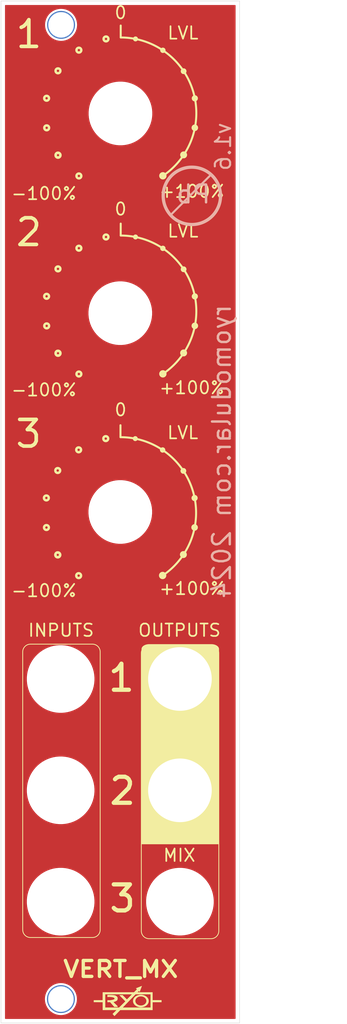
<source format=kicad_pcb>
(kicad_pcb (version 20240108) (generator "pcbnew") (generator_version "8.0")
  (layers (0 "F.Cu" signal) (31 "B.Cu" signal) (34 "B.Paste" user) (35 "F.Paste" user) (36 "B.SilkS" user "B.Silkscreen") (37 "F.SilkS" user "F.Silkscreen") (38 "B.Mask" user) (39 "F.Mask" user) (44 "Edge.Cuts" user))
  (net 0 "")
  (net 1 "SHIELD")
  (footprint "" (layer "F.Cu") (at 141.0011 140.0036)
    (property "Reference" "@HOLE3" (hide yes))
    (property "Value" "" (at 0 0 0) (layer "F.SilkS") (effects (font (size 1.27 1.27))))
    (pad "" np_thru_hole circle (at 0 0) (size 8 8) (drill 8) (layers "*.Cu" "*.Mask"))
  )
  (footprint "" (layer "F.Cu") (at 141.0011 154.0036)
    (property "Reference" "@HOLE1" (hide yes))
    (property "Value" "" (at 0 0 0) (layer "F.SilkS") (effects (font (size 1.27 1.27))))
    (pad "" np_thru_hole circle (at 0 0) (size 8 8) (drill 8) (layers "*.Cu" "*.Mask"))
  )
  (footprint "" (layer "F.Cu") (at 148.5011 80.0036)
    (property "Reference" "@HOLE7" (hide yes))
    (property "Value" "" (hide yes))
    (pad "" np_thru_hole circle (at 0 0) (size 7.5 7.5) (drill 7.5) (layers "F&B.Cu" "*.Mask"))
  )
  (footprint "" (layer "F.Cu") (at 148.521317 54.891415)
    (property "Reference" "@HOLE6" (hide yes))
    (property "Value" "" (at 0 0 0) (layer "F.SilkS") (effects (font (size 1.27 1.27))))
    (pad "" np_thru_hole circle (at 0 0) (size 7.5 7.5) (drill 7.5) (layers "F&B.Cu" "*.Mask"))
  )
  (footprint "" (layer "F.Cu") (at 156.0011 126.0036)
    (property "Reference" "@HOLE4" (hide yes))
    (property "Value" "" (at 0 0 0) (layer "F.SilkS") (effects (font (size 1.27 1.27))))
    (pad "" np_thru_hole circle (at 0 0) (size 8 8) (drill 8) (layers "*.Cu" "*.Mask"))
  )
  (footprint "" (layer "F.Cu") (at 156.0011 154.0036)
    (property "Reference" "@HOLE0" (hide yes))
    (property "Value" "" (at 0 0 0) (layer "F.SilkS") (effects (font (size 1.27 1.27))))
    (pad "" np_thru_hole circle (at 0 0) (size 8 8) (drill 8) (layers "*.Cu" "*.Mask"))
  )
  (footprint "" (layer "F.Cu") (at 148.5011 105.0036)
    (property "Reference" "@HOLE6" (hide yes))
    (property "Value" "" (at 0 0 0) (layer "F.SilkS") (effects (font (size 1.27 1.27))))
    (pad "" np_thru_hole circle (at 0 0) (size 7.5 7.5) (drill 7.5) (layers "F&B.Cu" "*.Mask"))
  )
  (footprint "" (layer "F.Cu") (at 156.0011 140.0036)
    (property "Reference" "@HOLE2" (hide yes))
    (property "Value" "" (at 0 0 0) (layer "F.SilkS") (effects (font (size 1.27 1.27))))
    (pad "" np_thru_hole circle (at 0 0) (size 8 8) (drill 8) (layers "*.Cu" "*.Mask"))
  )
  (footprint "" (layer "F.Cu") (at 141.0011 126.0036)
    (property "Reference" "@HOLE5" (hide yes))
    (property "Value" "" (at 0 0 0) (layer "F.SilkS") (effects (font (size 1.27 1.27))))
    (pad "" np_thru_hole circle (at 0 0) (size 8 8) (drill 8) (layers "*.Cu" "*.Mask"))
  )
  (gr_line (start 159.806015 62.691339) (end 154.906015 67.591339) (stroke (width 0.254)) (layer "B.SilkS"))
  (gr_circle (center 157.5011 65.2536) (end 161.10665 65.2536) (stroke (width 0.4064)) (fill none) (layer "B.SilkS"))
  (gr_circle (center 140.674866 60.140658) (end 140.824866 60.140658) (stroke (width 0.3048)) (fill none) (layer "F.SilkS"))
  (gr_circle (center 140.664866 85.035065) (end 140.814866 85.035065) (stroke (width 0.3048)) (fill none) (layer "F.SilkS"))
  (gr_circle (center 153.824788 112.988375) (end 154.104788 112.988375) (stroke (width 0.3648)) (fill none) (layer "F.SilkS"))
  (gr_circle (center 140.634788 99.788375) (end 140.784788 99.788375) (stroke (width 0.3048)) (fill none) (layer "F.SilkS"))
  (gr_circle (center 150.414866 45.520658) (end 150.574866 45.520658) (stroke (width 0.3048)) (fill none) (layer "F.SilkS"))
  (gr_circle (center 140.634788 110.408375) (end 140.784788 110.408375) (stroke (width 0.3048)) (fill none) (layer "F.SilkS"))
  (gr_circle (center 143.264788 113.008375) (end 143.414788 113.008375) (stroke (width 0.3048)) (fill none) (layer "F.SilkS"))
  (gr_circle (center 146.704866 70.425065) (end 146.854866 70.425065) (stroke (width 0.3048)) (fill none) (layer "F.SilkS"))
  (gr_circle (center 143.294866 46.930658) (end 143.444866 46.930658) (stroke (width 0.3048)) (fill none) (layer "F.SilkS"))
  (gr_circle (center 156.434788 110.358375) (end 156.694788 110.358375) (stroke (width 0.3548)) (fill none) (layer "F.SilkS"))
  (gr_circle (center 140.674866 85.045065) (end 140.824866 85.045065) (stroke (width 0.3048)) (fill none) (layer "F.SilkS"))
  (gr_circle (center 157.874866 81.595065) (end 158.114866 81.595065) (stroke (width 0.3448)) (fill none) (layer "F.SilkS"))
  (gr_circle (center 139.214788 106.958375) (end 139.364788 106.958375) (stroke (width 0.3048)) (fill none) (layer "F.SilkS"))
  (gr_circle (center 143.294866 71.835065) (end 143.444866 71.835065) (stroke (width 0.3048)) (fill none) (layer "F.SilkS"))
  (gr_poly (pts (xy 147.319918 165.728597) (xy 147.49971 165.736445) (xy 147.588638 165.743714) (xy 147.674167 165.753676) (xy 147.754232 165.76668) (xy 147.826767 165.783074) (xy 147.889707 165.803207) (xy 147.916933 165.814784) (xy 147.940986 165.827427) (xy 147.969661 165.844576) (xy 147.98327 165.853024) (xy 147.99644 165.861518) (xy 148.009207 165.870155) (xy 148.021606 165.879032) (xy 148.033671 165.888247) (xy 148.045439 165.897897) (xy 148.056943 165.90808) (xy 148.068221 165.918892) (xy 148.079305 165.930432) (xy 148.090233 165.942797) (xy 148.101038 165.956083) (xy 148.111757 165.970389) (xy 148.122424 165.985812) (xy 148.133074 166.002449) (xy 148.142016 166.018481) (xy 148.149871 166.035776) (xy 148.15661 166.054269) (xy 148.162205 166.073893) (xy 148.166625 166.094582) (xy 148.169841 166.116272) (xy 148.171825 166.138897) (xy 148.172546 166.16239) (xy 148.171976 166.186686) (xy 148.170086 166.211719) (xy 148.166845 166.237424) (xy 148.162225 166.263735) (xy 148.156197 166.290587) (xy 148.148731 166.317913) (xy 148.139799 166.345647) (xy 148.129369 166.373725) (xy 148.126553 166.380324) (xy 148.123419 166.386719) (xy 148.119982 166.392916) (xy 148.116255 166.398922) (xy 148.112252 166.404745) (xy 148.107985 166.41039) (xy 148.098718 166.421177) (xy 148.08856 166.431337) (xy 148.07762 166.440926) (xy 148.066005 166.449998) (xy 148.053823 166.458607) (xy 148.041181 166.466809) (xy 148.028186 166.474657) (xy 148.001573 166.489514) (xy 147.948858 166.517394) (xy 147.932334 166.525869) (xy 147.913075 166.534896) (xy 147.868453 166.554001) (xy 147.819186 166.573494) (xy 147.76947 166.592164) (xy 147.685469 166.622179) (xy 147.650011 166.63434) (xy 148.164427 167.134601) (xy 148.164427 167.238582) (xy 147.747774 167.245594) (xy 147.219798 166.644923) (xy 146.878684 166.646312) (xy 146.879015 166.393966) (xy 147.206437 166.395157) (xy 147.294322 166.384987) (xy 147.384535 166.371605) (xy 147.43548 166.362644) (xy 147.488135 166.352096) (xy 147.540863 166.339904) (xy 147.592027 166.326014) (xy 147.63999 166.310368) (xy 147.683115 166.292912) (xy 147.702351 166.283487) (xy 147.719765 166.273589) (xy 147.73515 166.26321) (xy 147.748303 166.252344) (xy 147.759019 166.240983) (xy 147.767093 166.22912) (xy 147.77232 166.216749) (xy 147.774497 166.203863) (xy 147.772982 166.179439) (xy 147.766405 166.156896) (xy 147.7551 166.136159) (xy 147.739402 166.117158) (xy 147.719647 166.099819) (xy 147.696169 166.08407) (xy 147.669304 166.069838) (xy 147.639388 166.057052) (xy 147.606755 166.045639) (xy 147.57174 166.035526) (xy 147.495907 166.018912) (xy 147.41457 166.006629) (xy 147.330411 165.9981) (xy 147.24611 165.992744) (xy 147.16435 165.989982) (xy 147.019176 165.989923) (xy 146.877295 165.995437) (xy 146.87789 165.735286) (xy 147.010429 165.729898) (xy 147.151317 165.727343)) (fill solid) (layer "F.SilkS"))
  (gr_circle (center 157.844788 103.248375) (end 158.064788 103.248375) (stroke (width 0.3348)) (fill none) (layer "F.SilkS"))
  (gr_poly (pts (xy 159.992364 121.624) (xy 160.041824 121.626373) (xy 160.090568 121.63028) (xy 160.138534 121.635682) (xy 160.185662 121.642541) (xy 160.23189 121.650819) (xy 160.277156 121.660476) (xy 160.321399 121.671474) (xy 160.364558 121.683773) (xy 160.406571 121.697337) (xy 160.447377 121.712125) (xy 160.486915 121.728099) (xy 160.525122 121.745221) (xy 160.561938 121.763451) (xy 160.597301 121.782751) (xy 160.63115 121.803082) (xy 160.663424 121.824406) (xy 160.69406 121.846684) (xy 160.722998 121.869877) (xy 160.750176 121.893946) (xy 160.775532 121.918854) (xy 160.799006 121.94456) (xy 160.820536 121.971027) (xy 160.84006 121.998215) (xy 160.857517 122.026087) (xy 160.872846 122.054603) (xy 160.885985 122.083724) (xy 160.896873 122.113412) (xy 160.905448 122.143628) (xy 160.91165 122.174334) (xy 160.915415 122.205491) (xy 160.916684 122.237061) (xy 160.916684 144.247908) (xy 160.915415 144.279476) (xy 160.91165 144.310633) (xy 160.905448 144.341341) (xy 160.896873 144.371558) (xy 160.885985 144.401247) (xy 160.872846 144.43037) (xy 160.857517 144.458888) (xy 160.84006 144.486762) (xy 160.820536 144.513952) (xy 160.799006 144.540421) (xy 160.775532 144.56613) (xy 160.750176 144.591039) (xy 160.722998 144.615112) (xy 160.69406 144.638308) (xy 160.663424 144.660589) (xy 160.63115 144.681915) (xy 160.597301 144.70225) (xy 160.561938 144.721552) (xy 160.525122 144.739786) (xy 160.486915 144.75691) (xy 160.447377 144.772887) (xy 160.406571 144.787677) (xy 160.364558 144.801243) (xy 160.321399 144.813544) (xy 160.277156 144.824545) (xy 160.23189 144.834204) (xy 160.185662 144.842483) (xy 160.138534 144.849344) (xy 160.090568 144.854746) (xy 160.041824 144.858655) (xy 159.992364 144.861028) (xy 159.942251 144.861828) (xy 152.146865 144.861828) (xy 152.096751 144.861028) (xy 152.047291 144.858655) (xy 151.998548 144.854746) (xy 151.950581 144.849344) (xy 151.903453 144.842483) (xy 151.857226 144.834204) (xy 151.811959 144.824545) (xy 151.767716 144.813544) (xy 151.724557 144.801243) (xy 151.682544 144.787677) (xy 151.641738 144.772887) (xy 151.6022 144.75691) (xy 151.563993 144.739786) (xy 151.527177 144.721552) (xy 151.491814 144.70225) (xy 151.457965 144.681915) (xy 151.425692 144.660589) (xy 151.395055 144.638308) (xy 151.366117 144.615112) (xy 151.33894 144.591039) (xy 151.313583 144.56613) (xy 151.290109 144.540421) (xy 151.268579 144.513952) (xy 151.249055 144.486762) (xy 151.231598 144.458888) (xy 151.216269 144.43037) (xy 151.20313 144.401247) (xy 151.192242 144.371558) (xy 151.183667 144.341341) (xy 151.177466 144.310633) (xy 151.1737 144.279476) (xy 151.172431 144.247908) (xy 151.172431 122.237061) (xy 151.1737 122.205491) (xy 151.177466 122.174334) (xy 151.183667 122.143628) (xy 151.192242 122.113412) (xy 151.20313 122.083724) (xy 151.216269 122.054603) (xy 151.231598 122.026087) (xy 151.249055 121.998215) (xy 151.268579 121.971027) (xy 151.290109 121.94456) (xy 151.313583 121.918854) (xy 151.33894 121.893946) (xy 151.366117 121.869877) (xy 151.395055 121.846684) (xy 151.425692 121.824406) (xy 151.457965 121.803082) (xy 151.491814 121.782751) (xy 151.527177 121.763451) (xy 151.563993 121.745221) (xy 151.6022 121.728099) (xy 151.641738 121.712125) (xy 151.682544 121.697337) (xy 151.724557 121.683773) (xy 151.767716 121.671474) (xy 151.811959 121.660476) (xy 151.857226 121.650819) (xy 151.903453 121.642541) (xy 151.950581 121.635682) (xy 151.998548 121.63028) (xy 152.047291 121.626373) (xy 152.096751 121.624) (xy 152.146865 121.623201) (xy 159.942251 121.623201)) (fill solid) (layer "F.SilkS"))
  (gr_circle (center 143.264788 97.188375) (end 143.414788 97.188375) (stroke (width 0.3048)) (fill none) (layer "F.SilkS"))
  (gr_circle (center 140.634788 110.388375) (end 140.784788 110.388375) (stroke (width 0.3048)) (fill none) (layer "F.SilkS"))
  (gr_circle (center 156.464866 74.485065) (end 156.664866 74.485065) (stroke (width 0.3248)) (fill none) (layer "F.SilkS"))
  (gr_circle (center 140.674866 85.045065) (end 140.824866 85.045065) (stroke (width 0.3048)) (fill none) (layer "F.SilkS"))
  (gr_circle (center 146.674788 95.778375) (end 146.824788 95.778375) (stroke (width 0.3048)) (fill none) (layer "F.SilkS"))
  (gr_circle (center 140.644788 110.398375) (end 140.794788 110.398375) (stroke (width 0.3048)) (fill none) (layer "F.SilkS"))
  (gr_circle (center 140.634788 110.388375) (end 140.784788 110.388375) (stroke (width 0.3048)) (fill none) (layer "F.SilkS"))
  (gr_arc (start 148.554866 70.245066) (mid 157.650941 76.981606) (end 153.854866 87.645065) (stroke (width 0.254)) (layer "F.SilkS"))
  (gr_circle (center 140.664866 60.150658) (end 140.814866 60.150658) (stroke (width 0.3048)) (fill none) (layer "F.SilkS"))
  (gr_circle (center 139.244866 81.605065) (end 139.394866 81.605065) (stroke (width 0.3048)) (fill none) (layer "F.SilkS"))
  (gr_circle (center 140.664866 85.055065) (end 140.814866 85.055065) (stroke (width 0.3048)) (fill none) (layer "F.SilkS"))
  (gr_circle (center 153.824788 97.208375) (end 154.004788 97.208375) (stroke (width 0.3148)) (fill none) (layer "F.SilkS"))
  (gr_circle (center 157.874866 56.690658) (end 158.114866 56.690658) (stroke (width 0.3448)) (fill none) (layer "F.SilkS"))
  (gr_circle (center 140.664866 49.530658) (end 140.814866 49.530658) (stroke (width 0.3048)) (fill none) (layer "F.SilkS"))
  (gr_circle (center 157.874866 77.895065) (end 158.094866 77.895065) (stroke (width 0.3348)) (fill none) (layer "F.SilkS"))
  (gr_circle (center 156.464866 85.005065) (end 156.724866 85.005065) (stroke (width 0.3548)) (fill none) (layer "F.SilkS"))
  (gr_circle (center 157.874866 52.990658) (end 158.094866 52.990658) (stroke (width 0.3348)) (fill none) (layer "F.SilkS"))
  (gr_line (start 148.554866 45.340658) (end 148.554866 43.840658) (stroke (width 0.254)) (layer "F.SilkS"))
  (gr_circle (center 139.244866 56.700658) (end 139.394866 56.700658) (stroke (width 0.3048)) (fill none) (layer "F.SilkS"))
  (gr_circle (center 143.294866 87.655065) (end 143.444866 87.655065) (stroke (width 0.3048)) (fill none) (layer "F.SilkS"))
  (gr_poly (pts (xy 159.965812 121.771823) (xy 160.015272 121.775589) (xy 160.064016 121.78179) (xy 160.111982 121.790365) (xy 160.15911 121.801253) (xy 160.205338 121.814391) (xy 160.250604 121.82972) (xy 160.294847 121.847177) (xy 160.338006 121.8667) (xy 160.380019 121.88823) (xy 160.420825 121.911703) (xy 160.460363 121.937059) (xy 160.49857 121.964236) (xy 160.535386 121.993172) (xy 160.570749 122.023807) (xy 160.604598 122.056079) (xy 160.636872 122.089927) (xy 160.667508 122.125288) (xy 160.696446 122.162103) (xy 160.723624 122.200308) (xy 160.74898 122.239844) (xy 160.772454 122.280647) (xy 160.793984 122.322658) (xy 160.813508 122.365814) (xy 160.830965 122.410055) (xy 160.846294 122.455318) (xy 160.859433 122.501542) (xy 160.870321 122.548667) (xy 160.878896 122.596629) (xy 160.885098 122.645369) (xy 160.888863 122.694824) (xy 160.890132 122.744934) (xy 160.890132 157.682789) (xy 160.888863 157.732898) (xy 160.885098 157.782354) (xy 160.878896 157.831095) (xy 160.870321 157.879059) (xy 160.859433 157.926186) (xy 160.846294 157.972412) (xy 160.830965 158.017678) (xy 160.813508 158.061922) (xy 160.793984 158.105082) (xy 160.772454 158.147096) (xy 160.74898 158.187904) (xy 160.723624 158.227443) (xy 160.696446 158.265653) (xy 160.667508 158.302472) (xy 160.636872 158.337838) (xy 160.604598 158.37169) (xy 160.570749 158.403967) (xy 160.535386 158.434606) (xy 160.49857 158.463548) (xy 160.460363 158.490729) (xy 160.420825 158.516089) (xy 160.380019 158.539566) (xy 160.338006 158.561099) (xy 160.294847 158.580626) (xy 160.250604 158.598087) (xy 160.205338 158.613418) (xy 160.15911 158.62656) (xy 160.111982 158.637449) (xy 160.064016 158.646026) (xy 160.015272 158.652229) (xy 159.965812 158.655995) (xy 159.915699 158.657265) (xy 152.120313 158.657265) (xy 152.070199 158.655995) (xy 152.020739 158.652229) (xy 151.971996 158.646026) (xy 151.924029 158.637449) (xy 151.876901 158.62656) (xy 151.830674 158.613418) (xy 151.785407 158.598087) (xy 151.741164 158.580626) (xy 151.698005 158.561099) (xy 151.655992 158.539566) (xy 151.615186 158.516089) (xy 151.575648 158.490729) (xy 151.537441 158.463548) (xy 151.500625 158.434606) (xy 151.465262 158.403967) (xy 151.431413 158.37169) (xy 151.39914 158.337838) (xy 151.368503 158.302472) (xy 151.339565 158.265653) (xy 151.312388 158.227443) (xy 151.287031 158.187904) (xy 151.263557 158.147096) (xy 151.242027 158.105082) (xy 151.222503 158.061922) (xy 151.205046 158.017678) (xy 151.189717 157.972412) (xy 151.176578 157.926186) (xy 151.16569 157.879059) (xy 151.157115 157.831095) (xy 151.150914 157.782354) (xy 151.147148 157.732898) (xy 151.145879 157.682789) (xy 151.145879 122.744934) (xy 151.147148 122.694824) (xy 151.150914 122.645369) (xy 151.157115 122.596629) (xy 151.16569 122.548667) (xy 151.176578 122.501542) (xy 151.189717 122.455318) (xy 151.205046 122.410055) (xy 151.222503 122.365814) (xy 151.242027 122.322658) (xy 151.263557 122.280647) (xy 151.287031 122.239844) (xy 151.312388 122.200308) (xy 151.339565 122.162103) (xy 151.368503 122.125288) (xy 151.39914 122.089927) (xy 151.431413 122.056079) (xy 151.465262 122.023807) (xy 151.500625 121.993172) (xy 151.537441 121.964236) (xy 151.575648 121.937059) (xy 151.615186 121.911703) (xy 151.655992 121.88823) (xy 151.698005 121.8667) (xy 151.741164 121.847177) (xy 151.785407 121.82972) (xy 151.830674 121.814391) (xy 151.876901 121.801253) (xy 151.924029 121.790365) (xy 151.971996 121.78179) (xy 152.020739 121.775589) (xy 152.070199 121.771823) (xy 152.120313 121.770554) (xy 159.915699 121.770554)) (stroke (width 0.1)) (fill none) (layer "F.SilkS"))
  (gr_circle (center 139.234866 77.885065) (end 139.384866 77.885065) (stroke (width 0.3048)) (fill none) (layer "F.SilkS"))
  (gr_circle (center 153.854866 46.950658) (end 154.034866 46.950658) (stroke (width 0.3148)) (fill none) (layer "F.SilkS"))
  (gr_circle (center 150.414866 70.425065) (end 150.574866 70.425065) (stroke (width 0.3048)) (fill none) (layer "F.SilkS"))
  (gr_circle (center 157.844788 106.948375) (end 158.084788 106.948375) (stroke (width 0.3448)) (fill none) (layer "F.SilkS"))
  (gr_line (start 148.554866 70.245065) (end 148.554866 68.745065) (stroke (width 0.254)) (layer "F.SilkS"))
  (gr_circle (center 140.664866 85.035065) (end 140.814866 85.035065) (stroke (width 0.3048)) (fill none) (layer "F.SilkS"))
  (gr_circle (center 139.234866 52.980658) (end 139.384866 52.980658) (stroke (width 0.3048)) (fill none) (layer "F.SilkS"))
  (gr_circle (center 156.464866 60.100658) (end 156.724866 60.100658) (stroke (width 0.3548)) (fill none) (layer "F.SilkS"))
  (gr_circle (center 153.854866 62.730658) (end 154.134866 62.730658) (stroke (width 0.3648)) (fill none) (layer "F.SilkS"))
  (gr_circle (center 140.674866 60.140658) (end 140.824866 60.140658) (stroke (width 0.3048)) (fill none) (layer "F.SilkS"))
  (gr_circle (center 140.664866 60.130658) (end 140.814866 60.130658) (stroke (width 0.3048)) (fill none) (layer "F.SilkS"))
  (gr_circle (center 140.644788 110.398375) (end 140.794788 110.398375) (stroke (width 0.3048)) (fill none) (layer "F.SilkS"))
  (gr_circle (center 139.204788 103.238375) (end 139.354788 103.238375) (stroke (width 0.3048)) (fill none) (layer "F.SilkS"))
  (gr_poly (pts (xy 150.946322 165.350251) (xy 150.823026 165.245344) (xy 150.682136 165.3906) (xy 152.569277 165.390468) (xy 152.570996 166.3812) (xy 153.69316 166.383449) (xy 153.692366 166.649091) (xy 152.571789 166.651406) (xy 152.56921 167.640352) (xy 148.500514 167.639823) (xy 147.766957 168.3962) (xy 147.525392 168.122158) (xy 148.014011 167.639757) (xy 146.284496 167.639558) (xy 146.283392 167.309292) (xy 148.821123 167.309292) (xy 152.303436 167.309755) (xy 152.302245 165.656242) (xy 150.424629 165.656109) (xy 148.821123 167.309292) (xy 146.283392 167.309292) (xy 146.281189 166.650414) (xy 145.158496 166.64241) (xy 145.161208 166.388939) (xy 146.274442 166.384706) (xy 146.281332 165.655779) (xy 146.614696 165.655779) (xy 146.614696 167.309028) (xy 148.348841 167.309226) (xy 149.131281 166.536907) (xy 148.365444 165.751227) (xy 148.793738 165.747126) (xy 149.332695 166.290051) (xy 149.962866 165.656043) (xy 146.614696 165.655779) (xy 146.281332 165.655779) (xy 146.283835 165.390997) (xy 150.226655 165.390666) (xy 150.594492 165.020646) (xy 150.454329 164.898673) (xy 151.229757 164.587854)) (fill solid) (layer "F.SilkS"))
  (gr_circle (center 150.384788 95.778375) (end 150.544788 95.778375) (stroke (width 0.3048)) (fill none) (layer "F.SilkS"))
  (gr_arc (start 148.554866 45.340659) (mid 157.650941 52.077199) (end 153.854866 62.740658) (stroke (width 0.254)) (layer "F.SilkS"))
  (gr_circle (center 156.464866 49.580658) (end 156.664866 49.580658) (stroke (width 0.3248)) (fill none) (layer "F.SilkS"))
  (gr_circle (center 153.854866 71.855065) (end 154.034866 71.855065) (stroke (width 0.3148)) (fill none) (layer "F.SilkS"))
  (gr_circle (center 140.664866 74.435065) (end 140.814866 74.435065) (stroke (width 0.3048)) (fill none) (layer "F.SilkS"))
  (gr_circle (center 140.664866 60.130658) (end 140.814866 60.130658) (stroke (width 0.3048)) (fill none) (layer "F.SilkS"))
  (gr_circle (center 153.854866 87.635065) (end 154.134866 87.635065) (stroke (width 0.3648)) (fill none) (layer "F.SilkS"))
  (gr_rect (start 151.176036 144.115919) (end 160.817391 146.733482) (stroke (width 0.1)) (fill solid) (layer "F.SilkS"))
  (gr_poly (pts (xy 145.049199 121.624) (xy 145.098659 121.627766) (xy 145.147403 121.633967) (xy 145.195369 121.642542) (xy 145.242497 121.65343) (xy 145.288725 121.666568) (xy 145.333991 121.681897) (xy 145.378234 121.699354) (xy 145.421393 121.718877) (xy 145.463406 121.740407) (xy 145.504212 121.76388) (xy 145.54375 121.789236) (xy 145.581957 121.816413) (xy 145.618773 121.845349) (xy 145.654136 121.875984) (xy 145.687985 121.908256) (xy 145.720259 121.942104) (xy 145.750895 121.977465) (xy 145.779833 122.01428) (xy 145.807011 122.052485) (xy 145.832367 122.092021) (xy 145.855841 122.132824) (xy 145.877371 122.174835) (xy 145.896895 122.217991) (xy 145.914352 122.262232) (xy 145.929681 122.307495) (xy 145.94282 122.353719) (xy 145.953708 122.400844) (xy 145.962283 122.448806) (xy 145.968485 122.497546) (xy 145.97225 122.547001) (xy 145.973519 122.597111) (xy 145.973519 157.534966) (xy 145.97225 157.585075) (xy 145.968485 157.634531) (xy 145.962283 157.683272) (xy 145.953708 157.731236) (xy 145.94282 157.778363) (xy 145.929681 157.824589) (xy 145.914352 157.869855) (xy 145.896895 157.914099) (xy 145.877371 157.957259) (xy 145.855841 157.999273) (xy 145.832367 158.040081) (xy 145.807011 158.07962) (xy 145.779833 158.11783) (xy 145.750895 158.154649) (xy 145.720259 158.190015) (xy 145.687985 158.223867) (xy 145.654136 158.256144) (xy 145.618773 158.286783) (xy 145.581957 158.315725) (xy 145.54375 158.342906) (xy 145.504212 158.368266) (xy 145.463406 158.391743) (xy 145.421393 158.413276) (xy 145.378234 158.432803) (xy 145.333991 158.450264) (xy 145.288725 158.465595) (xy 145.242497 158.478737) (xy 145.195369 158.489626) (xy 145.147403 158.498203) (xy 145.098659 158.504406) (xy 145.049199 158.508172) (xy 144.999086 158.509442) (xy 137.2037 158.509442) (xy 137.153586 158.508172) (xy 137.104126 158.504406) (xy 137.055383 158.498203) (xy 137.007416 158.489626) (xy 136.960288 158.478737) (xy 136.914061 158.465595) (xy 136.868794 158.450264) (xy 136.824551 158.432803) (xy 136.781392 158.413276) (xy 136.739379 158.391743) (xy 136.698573 158.368266) (xy 136.659035 158.342906) (xy 136.620828 158.315725) (xy 136.584012 158.286783) (xy 136.548649 158.256144) (xy 136.5148 158.223867) (xy 136.482527 158.190015) (xy 136.45189 158.154649) (xy 136.422952 158.11783) (xy 136.395775 158.07962) (xy 136.370418 158.040081) (xy 136.346944 157.999273) (xy 136.325414 157.957259) (xy 136.30589 157.914099) (xy 136.288433 157.869855) (xy 136.273104 157.824589) (xy 136.259965 157.778363) (xy 136.249077 157.731236) (xy 136.240502 157.683272) (xy 136.234301 157.634531) (xy 136.230535 157.585075) (xy 136.229266 157.534966) (xy 136.229266 122.597111) (xy 136.230535 122.547001) (xy 136.234301 122.497546) (xy 136.240502 122.448806) (xy 136.249077 122.400844) (xy 136.259965 122.353719) (xy 136.273104 122.307495) (xy 136.288433 122.262232) (xy 136.30589 122.217991) (xy 136.325414 122.174835) (xy 136.346944 122.132824) (xy 136.370418 122.092021) (xy 136.395775 122.052485) (xy 136.422952 122.01428) (xy 136.45189 121.977465) (xy 136.482527 121.942104) (xy 136.5148 121.908256) (xy 136.548649 121.875984) (xy 136.584012 121.845349) (xy 136.620828 121.816413) (xy 136.659035 121.789236) (xy 136.698573 121.76388) (xy 136.739379 121.740407) (xy 136.781392 121.718877) (xy 136.824551 121.699354) (xy 136.868794 121.681897) (xy 136.914061 121.666568) (xy 136.960288 121.65343) (xy 137.007416 121.642542) (xy 137.055383 121.633967) (xy 137.104126 121.627766) (xy 137.153586 121.624) (xy 137.2037 121.622731) (xy 144.999086 121.622731)) (stroke (width 0.1)) (fill none) (layer "F.SilkS"))
  (gr_circle (center 146.704866 45.520658) (end 146.854866 45.520658) (stroke (width 0.3048)) (fill none) (layer "F.SilkS"))
  (gr_circle (center 143.294866 62.750658) (end 143.444866 62.750658) (stroke (width 0.3048)) (fill none) (layer "F.SilkS"))
  (gr_line (start 148.524788 95.598375) (end 148.524788 94.098375) (stroke (width 0.254)) (layer "F.SilkS"))
  (gr_arc (start 148.524788 95.598376) (mid 157.620863 102.334916) (end 153.824788 112.998375) (stroke (width 0.254)) (layer "F.SilkS"))
  (gr_poly (pts (xy 151.139921 165.711176) (xy 151.190178 165.714219) (xy 151.239708 165.71923) (xy 151.288448 165.72616) (xy 151.383308 165.745575) (xy 151.474261 165.772069) (xy 151.560806 165.805244) (xy 151.642444 165.844703) (xy 151.718676 165.890048) (xy 151.789003 165.940884) (xy 151.821796 165.968236) (xy 151.852926 165.996812) (xy 151.88233 166.026561) (xy 151.909946 166.057435) (xy 151.935711 166.089384) (xy 151.959562 166.122358) (xy 151.981439 166.156307) (xy 152.001277 166.191182) (xy 152.019016 166.226932) (xy 152.034591 166.26351) (xy 152.047942 166.300864) (xy 152.059005 166.338945) (xy 152.067718 166.377704) (xy 152.074019 166.417091) (xy 152.077846 166.457057) (xy 152.079135 166.49755) (xy 152.077846 166.538044) (xy 152.074019 166.57801) (xy 152.067718 166.617396) (xy 152.059005 166.656155) (xy 152.047942 166.694237) (xy 152.034591 166.731591) (xy 152.019016 166.768168) (xy 152.001277 166.803919) (xy 151.981439 166.838794) (xy 151.959562 166.872743) (xy 151.935711 166.905717) (xy 151.909946 166.937665) (xy 151.88233 166.968539) (xy 151.852926 166.998289) (xy 151.821796 167.026865) (xy 151.789003 167.054217) (xy 151.754609 167.080296) (xy 151.718676 167.105052) (xy 151.681267 167.128436) (xy 151.642444 167.150398) (xy 151.602269 167.170888) (xy 151.560806 167.189857) (xy 151.518115 167.207254) (xy 151.474261 167.223032) (xy 151.429304 167.237138) (xy 151.383308 167.249525) (xy 151.336335 167.260143) (xy 151.288448 167.268941) (xy 151.239708 167.275871) (xy 151.190178 167.280882) (xy 151.139921 167.283925) (xy 151.088999 167.28495) (xy 151.038082 167.283925) (xy 150.98783 167.280882) (xy 150.938304 167.275871) (xy 150.889568 167.268941) (xy 150.794713 167.249525) (xy 150.703764 167.223032) (xy 150.617221 167.189857) (xy 150.535583 167.150398) (xy 150.459349 167.105052) (xy 150.389019 167.054217) (xy 150.356224 167.026865) (xy 150.325092 166.998289) (xy 150.295687 166.968539) (xy 150.268069 166.937665) (xy 150.242302 166.905717) (xy 150.218448 166.872743) (xy 150.19657 166.838794) (xy 150.176729 166.803919) (xy 150.158989 166.768168) (xy 150.143411 166.731591) (xy 150.130059 166.694237) (xy 150.118995 166.656155) (xy 150.11028 166.617396) (xy 150.103978 166.57801) (xy 150.100151 166.538044) (xy 150.098862 166.49755) (xy 150.099193 166.487165) (xy 150.400354 166.487165) (xy 150.401251 166.51643) (xy 150.403912 166.545312) (xy 150.408295 166.573778) (xy 150.414355 166.601789) (xy 150.42205 166.629312) (xy 150.431336 166.656309) (xy 150.442169 166.682745) (xy 150.454507 166.708585) (xy 150.468305 166.733791) (xy 150.483521 166.758328) (xy 150.500111 166.782161) (xy 150.518031 166.805253) (xy 150.537238 166.827569) (xy 150.557689 166.849072) (xy 150.57934 166.869727) (xy 150.602149 166.889498) (xy 150.62607 166.908348) (xy 150.651062 166.926243) (xy 150.677081 166.943146) (xy 150.704082 166.959021) (xy 150.732024 166.973832) (xy 150.760862 166.987543) (xy 150.790553 167.00012) (xy 150.821054 167.011524) (xy 150.852321 167.021722) (xy 150.884311 167.030676) (xy 150.91698 167.038351) (xy 150.950286 167.044711) (xy 150.984183 167.049721) (xy 151.01863 167.053343) (xy 151.053583 167.055543) (xy 151.088999 167.056284) (xy 151.124414 167.055543) (xy 151.159367 167.053343) (xy 151.193815 167.049721) (xy 151.227714 167.044711) (xy 151.261021 167.038351) (xy 151.293692 167.030676) (xy 151.325684 167.021722) (xy 151.356953 167.011524) (xy 151.387456 167.00012) (xy 151.41715 166.987543) (xy 151.445991 166.973832) (xy 151.473935 166.959021) (xy 151.50094 166.943146) (xy 151.526962 166.926243) (xy 151.551957 166.908348) (xy 151.575881 166.889498) (xy 151.598693 166.869727) (xy 151.620347 166.849072) (xy 151.640801 166.827569) (xy 151.660011 166.805253) (xy 151.677934 166.782161) (xy 151.694527 166.758328) (xy 151.709745 166.733791) (xy 151.723546 166.708585) (xy 151.735885 166.682745) (xy 151.746721 166.656309) (xy 151.756008 166.629312) (xy 151.763705 166.601789) (xy 151.769766 166.573778) (xy 151.77415 166.545312) (xy 151.776812 166.51643) (xy 151.777709 166.487165) (xy 151.776812 166.457895) (xy 151.77415 166.429008) (xy 151.769766 166.400538) (xy 151.763705 166.372523) (xy 151.756008 166.344997) (xy 151.746721 166.317997) (xy 151.735885 166.291559) (xy 151.723546 166.265719) (xy 151.709745 166.240511) (xy 151.694527 166.215974) (xy 151.677934 166.192141) (xy 151.660011 166.169049) (xy 151.640801 166.146734) (xy 151.620347 166.125232) (xy 151.598693 166.104578) (xy 151.575881 166.084809) (xy 151.551957 166.06596) (xy 151.526962 166.048067) (xy 151.50094 166.031166) (xy 151.473935 166.015293) (xy 151.445991 166.000484) (xy 151.41715 165.986774) (xy 151.387456 165.9742) (xy 151.356953 165.962798) (xy 151.325684 165.952602) (xy 151.293692 165.943649) (xy 151.261021 165.935976) (xy 151.227714 165.929617) (xy 151.193815 165.924609) (xy 151.159367 165.920987) (xy 151.124414 165.918788) (xy 151.088999 165.918047) (xy 151.053583 165.918788) (xy 151.01863 165.920987) (xy 150.984183 165.924609) (xy 150.950286 165.929617) (xy 150.91698 165.935976) (xy 150.884311 165.943649) (xy 150.852321 165.952602) (xy 150.821054 165.962798) (xy 150.790553 165.9742) (xy 150.760862 165.986774) (xy 150.732024 166.000484) (xy 150.704082 166.015293) (xy 150.677081 166.031166) (xy 150.651062 166.048067) (xy 150.62607 166.06596) (xy 150.602149 166.084809) (xy 150.57934 166.104578) (xy 150.557689 166.125232) (xy 150.537238 166.146734) (xy 150.518031 166.169049) (xy 150.500111 166.192141) (xy 150.483521 166.215974) (xy 150.468305 166.240511) (xy 150.454507 166.265719) (xy 150.442169 166.291559) (xy 150.431336 166.317997) (xy 150.42205 166.344997) (xy 150.414355 166.372523) (xy 150.408295 166.400538) (xy 150.403912 166.429008) (xy 150.401251 166.457895) (xy 150.400354 166.487165) (xy 150.099193 166.487165) (xy 150.100151 166.457057) (xy 150.103978 166.417091) (xy 150.11028 166.377704) (xy 150.118995 166.338945) (xy 150.130059 166.300864) (xy 150.143411 166.26351) (xy 150.158989 166.226932) (xy 150.176729 166.191182) (xy 150.19657 166.156307) (xy 150.218448 166.122358) (xy 150.242302 166.089384) (xy 150.268069 166.057435) (xy 150.295687 166.026561) (xy 150.325092 165.996812) (xy 150.356224 165.968236) (xy 150.389019 165.940884) (xy 150.423414 165.914805) (xy 150.459349 165.890048) (xy 150.496759 165.866664) (xy 150.535583 165.844703) (xy 150.575757 165.824213) (xy 150.617221 165.805244) (xy 150.659911 165.787846) (xy 150.703764 165.772069) (xy 150.748719 165.757962) (xy 150.794713 165.745575) (xy 150.841684 165.734958) (xy 150.889568 165.72616) (xy 150.938304 165.71923) (xy 150.98783 165.714219) (xy 151.038082 165.711176) (xy 151.088999 165.71015)) (fill solid) (layer "F.SilkS"))
  (gr_circle (center 156.434788 99.838375) (end 156.634788 99.838375) (stroke (width 0.3248)) (fill none) (layer "F.SilkS"))
  (gr_line (start 163.5011 169.2536) (end 163.5011 40.7536) (stroke (width 0.05)) (layer "Edge.Cuts"))
  (gr_line (start 133.5011 169.2536) (end 163.5011 169.2536) (stroke (width 0.05)) (layer "Edge.Cuts"))
  (gr_line (start 133.5011 40.7536) (end 133.5011 169.2536) (stroke (width 0.05)) (layer "Edge.Cuts"))
  (gr_line (start 163.5011 40.7536) (end 133.5011 40.7536) (stroke (width 0.05)) (layer "Edge.Cuts"))
  (gr_text "Pb" (at 160.02 66.3536 0) (layer "B.SilkS") (effects (font (size 2.2352 2.2352) (thickness 0.3048)) (justify left bottom mirror)))
  (gr_text "ryomodular.com 2024" (at 162.56 78.74 90) (layer "B.SilkS") (effects (font (size 2.2352 2.2352) (thickness 0.3048)) (justify left bottom mirror)))
  (gr_text "v1.6" (at 162.56 55.88 90) (layer "B.SilkS") (effects (font (size 1.922272 1.922272) (thickness 0.262128)) (justify left bottom mirror)))
  (gr_text "OUTPUTS" (at 150.625859 120.797 0) (layer "F.SilkS") (effects (font (size 1.56464 1.56464) (thickness 0.21336)) (justify left bottom)))
  (gr_text "1" (at 146.728419 127.786894 0) (layer "F.SilkS") (effects (font (size 3.2766 3.2766) (thickness 0.5334)) (justify left bottom)))
  (gr_text "-100%" (at 134.664 115.811753 0) (layer "F.SilkS") (effects (font (size 1.56464 1.56464) (thickness 0.21336)) (justify left bottom)))
  (gr_text "VERT_MX" (at 141.105867 163.663977 0) (layer "F.SilkS") (effects (font (size 2 2.25) (thickness 0.42)) (justify left bottom)))
  (gr_text "-100%" (at 134.664 90.568971 0) (layer "F.SilkS") (effects (font (size 1.56464 1.56464) (thickness 0.21336)) (justify left bottom)))
  (gr_text "INPUTS" (at 136.781862 120.797 0) (layer "F.SilkS") (effects (font (size 1.56464 1.56464) (thickness 0.21336)) (justify left bottom)))
  (gr_text "+100%" (at 153.271 90.298271 0) (layer "F.SilkS") (effects (font (size 1.56464 1.56464) (thickness 0.21336)) (justify left bottom)))
  (gr_text "2" (at 146.863769 141.998648 0) (layer "F.SilkS") (effects (font (size 3.2766 3.2766) (thickness 0.5334)) (justify left bottom)))
  (gr_text "-100%" (at 134.663626 65.8774 0) (layer "F.SilkS") (effects (font (size 1.56464 1.56464) (thickness 0.21336)) (justify left bottom)))
  (gr_text "0\n" (at 147.654 43.139019 0) (layer "F.SilkS") (effects (font (size 1.56464 1.56464) (thickness 0.21336)) (justify left bottom)))
  (gr_text "MIX" (at 153.771786 149.089288 0) (layer "F.SilkS") (effects (font (size 1.56464 1.56464) (thickness 0.21336)) (justify left bottom)))
  (gr_text "2" (at 135.104866 71.795065 0) (layer "F.SilkS") (effects (font (size 3.3528 3.3528) (thickness 0.4572)) (justify left bottom)))
  (gr_text "LVL" (at 154.274788 95.948375 0) (layer "F.SilkS") (effects (font (size 1.56464 1.56464) (thickness 0.21336)) (justify left bottom)))
  (gr_text "+100%" (at 153.271 65.606672 0) (layer "F.SilkS") (effects (font (size 1.56464 1.56464) (thickness 0.21336)) (justify left bottom)))
  (gr_text "LVL" (at 154.304866 70.595065 0) (layer "F.SilkS") (effects (font (size 1.56464 1.56464) (thickness 0.21336)) (justify left bottom)))
  (gr_text "3" (at 146.863769 155.533652 0) (layer "F.SilkS") (effects (font (size 3.2766 3.2766) (thickness 0.5334)) (justify left bottom)))
  (gr_text "0\n" (at 147.654 67.830618 0) (layer "F.SilkS") (effects (font (size 1.56464 1.56464) (thickness 0.21336)) (justify left bottom)))
  (gr_text "0\n" (at 147.654001 93.0734 0) (layer "F.SilkS") (effects (font (size 1.56464 1.56464) (thickness 0.21336)) (justify left bottom)))
  (gr_text "1" (at 135.104866 46.890658 0) (layer "F.SilkS") (effects (font (size 3.3528 3.3528) (thickness 0.4572)) (justify left bottom)))
  (gr_text "3" (at 135.074788 97.148375 0) (layer "F.SilkS") (effects (font (size 3.3528 3.3528) (thickness 0.4572)) (justify left bottom)))
  (gr_text "+100%" (at 153.271028 115.541053 0) (layer "F.SilkS") (effects (font (size 1.56464 1.56464) (thickness 0.21336)) (justify left bottom)))
  (gr_text "LVL" (at 154.304866 45.690658 0) (layer "F.SilkS") (effects (font (size 1.56464 1.56464) (thickness 0.21336)) (justify left bottom)))
  (via (at 141.054858 43.7536) (size 3.5048) (drill 3.2) (layers "F.Cu" "B.Cu") (net 1))
  (via (at 141.034562 166.2536) (size 3.5048) (drill 3.2) (layers "F.Cu" "B.Cu") (net 1))
  (zone (net 0) (net_name "") (layer "F.Cu") (priority 6) (connect_pads (clearance 0.254)) (min_thickness 0.127) (fill yes (thermal_gap 0.304) (thermal_bridge_width 0.304))
    (polygon (pts (xy 163.6281 169.3806) (xy 133.3741 169.3806) (xy 133.3741 40.6266) (xy 163.6281 40.6266)))
  )
)
</source>
